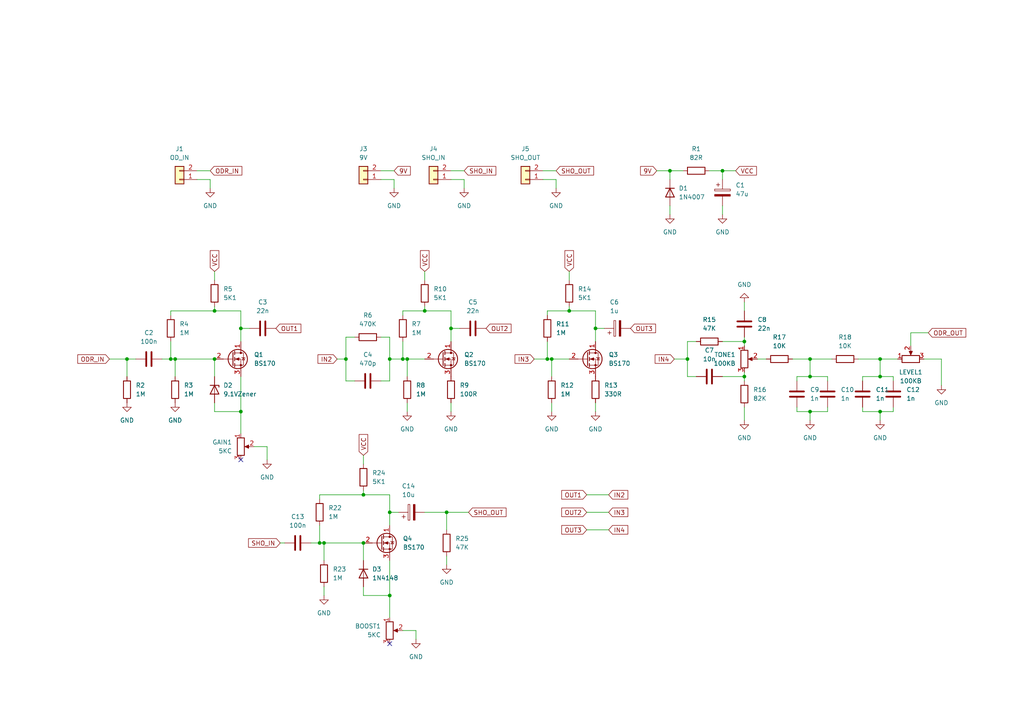
<source format=kicad_sch>
(kicad_sch (version 20211123) (generator eeschema)
  (paper "A4")
  (lib_symbols
    (symbol "Connector_Generic:Conn_01x02" (pin_names (offset 1.016) hide)
      (property "Reference" "J" (at 0 2.54 0))
      (property "Value" "Conn_01x02" (at 0 -5.08 0))
      (symbol "Conn_01x02_1_1"
        (rectangle (start -1.27 -2.413) (end 0 -2.667) (stroke (width 0.1524)))
        (rectangle (start -1.27 0.127) (end 0 -0.127) (stroke (width 0.1524)))
        (rectangle (start -1.27 1.27) (end 1.27 -3.81) (stroke (width 0.254)) (fill (type background)))
        (pin passive line (at -5.08 0 0) (length 3.81) (name "Pin_1") (number "1"))
        (pin passive line (at -5.08 -2.54 0) (length 3.81) (name "Pin_2") (number "2"))
      )
    )
    (symbol "Device:C" (pin_numbers hide) (pin_names (offset 0.254))
      (property "Reference" "C" (at 0.635 2.54 0))
      (property "Value" "C" (at 0.635 -2.54 0))
      (symbol "C_0_1"
        (polyline (pts (xy -2.032 -0.762) (xy 2.032 -0.762)) (stroke (width 0.508)))
        (polyline (pts (xy -2.032 0.762) (xy 2.032 0.762)) (stroke (width 0.508)))
      )
      (symbol "C_1_1"
        (pin passive line (at 0 3.81 270) (length 2.794) (name "~") (number "1"))
        (pin passive line (at 0 -3.81 90) (length 2.794) (name "~") (number "2"))
      )
    )
    (symbol "Device:C_Polarized" (pin_numbers hide) (pin_names (offset 0.254))
      (property "Reference" "C" (at 0.635 2.54 0))
      (property "Value" "C_Polarized" (at 0.635 -2.54 0))
      (symbol "C_Polarized_0_1"
        (rectangle (start -2.286 0.508) (end 2.286 1.016))
        (polyline (pts (xy -1.778 2.286) (xy -0.762 2.286)))
        (polyline (pts (xy -1.27 2.794) (xy -1.27 1.778)))
        (rectangle (start 2.286 -0.508) (end -2.286 -1.016) (fill (type outline)))
      )
      (symbol "C_Polarized_1_1"
        (pin passive line (at 0 3.81 270) (length 2.794) (name "~") (number "1"))
        (pin passive line (at 0 -3.81 90) (length 2.794) (name "~") (number "2"))
      )
    )
    (symbol "Device:D_Zener" (pin_numbers hide) (pin_names (offset 1.016) hide)
      (property "Reference" "D" (at 0 2.54 0))
      (property "Value" "D_Zener" (at 0 -2.54 0))
      (symbol "D_Zener_0_1"
        (polyline (pts (xy 1.27 0) (xy -1.27 0)))
        (polyline (pts (xy -1.27 -1.27) (xy -1.27 1.27) (xy -0.762 1.27)) (stroke (width 0.254)))
        (polyline (pts (xy 1.27 -1.27) (xy 1.27 1.27) (xy -1.27 0) (xy 1.27 -1.27)) (stroke (width 0.254)))
      )
      (symbol "D_Zener_1_1"
        (pin passive line (at -3.81 0 0) (length 2.54) (name "K") (number "1"))
        (pin passive line (at 3.81 0 180) (length 2.54) (name "A") (number "2"))
      )
    )
    (symbol "Device:R" (pin_numbers hide) (pin_names (offset 0))
      (property "Reference" "R" (at 2.032 0 90))
      (property "Value" "R" (at 0 0 90))
      (symbol "R_0_1"
        (rectangle (start -1.016 -2.54) (end 1.016 2.54) (stroke (width 0.254)))
      )
      (symbol "R_1_1"
        (pin passive line (at 0 3.81 270) (length 1.27) (name "~") (number "1"))
        (pin passive line (at 0 -3.81 90) (length 1.27) (name "~") (number "2"))
      )
    )
    (symbol "Device:R_Potentiometer" (pin_names (offset 1.016) hide)
      (property "Reference" "RV" (at -4.445 0 90))
      (property "Value" "R_Potentiometer" (at -2.54 0 90))
      (symbol "R_Potentiometer_0_1"
        (polyline (pts (xy 2.54 0) (xy 1.524 0)))
        (polyline (pts (xy 1.143 0) (xy 2.286 0.508) (xy 2.286 -0.508) (xy 1.143 0)) (fill (type outline)))
        (rectangle (start 1.016 2.54) (end -1.016 -2.54) (stroke (width 0.254)))
      )
      (symbol "R_Potentiometer_1_1"
        (pin passive line (at 0 3.81 270) (length 1.27) (name "1") (number "1"))
        (pin passive line (at 3.81 0 180) (length 1.27) (name "2") (number "2"))
        (pin passive line (at 0 -3.81 90) (length 1.27) (name "3") (number "3"))
      )
    )
    (symbol "Diode:1N4007" (pin_numbers hide) (pin_names (offset 1.016) hide)
      (property "Reference" "D" (at 0 2.54 0))
      (property "Value" "1N4007" (at 0 -2.54 0))
      (symbol "1N4007_0_1"
        (polyline (pts (xy -1.27 1.27) (xy -1.27 -1.27)) (stroke (width 0.254)))
        (polyline (pts (xy 1.27 0) (xy -1.27 0)))
        (polyline (pts (xy 1.27 1.27) (xy 1.27 -1.27) (xy -1.27 0) (xy 1.27 1.27)) (stroke (width 0.254)))
      )
      (symbol "1N4007_1_1"
        (pin passive line (at -3.81 0 0) (length 2.54) (name "K") (number "1"))
        (pin passive line (at 3.81 0 180) (length 2.54) (name "A") (number "2"))
      )
    )
    (symbol "Diode:1N4148" (pin_numbers hide) (pin_names (offset 1.016) hide)
      (property "Reference" "D" (at 0 2.54 0))
      (property "Value" "1N4148" (at 0 -2.54 0))
      (symbol "1N4148_0_1"
        (polyline (pts (xy -1.27 1.27) (xy -1.27 -1.27)) (stroke (width 0.254)))
        (polyline (pts (xy 1.27 0) (xy -1.27 0)))
        (polyline (pts (xy 1.27 1.27) (xy 1.27 -1.27) (xy -1.27 0) (xy 1.27 1.27)) (stroke (width 0.254)))
      )
      (symbol "1N4148_1_1"
        (pin passive line (at -3.81 0 0) (length 2.54) (name "K") (number "1"))
        (pin passive line (at 3.81 0 180) (length 2.54) (name "A") (number "2"))
      )
    )
    (symbol "GND_1" (power) (pin_names (offset 0))
      (property "Value" "GND_1" (at 0 -3.81 0))
      (symbol "GND_1_0_1"
        (polyline (pts (xy 0 0) (xy 0 -1.27) (xy 1.27 -1.27) (xy 0 -2.54) (xy -1.27 -1.27) (xy 0 -1.27)))
      )
      (symbol "GND_1_1_1"
        (pin power_in line (at 0 0 270) (length 0) hide (name "GND") (number "1"))
      )
    )
    (symbol "Transistor_FET:BS170" (pin_names hide)
      (property "Reference" "Q" (at 5.08 1.905 0))
      (property "Value" "BS170" (at 5.08 0 0))
      (symbol "BS170_0_1"
        (polyline (pts (xy 0.254 0) (xy -2.54 0)))
        (polyline (pts (xy 0.254 1.905) (xy 0.254 -1.905)) (stroke (width 0.254)))
        (polyline (pts (xy 0.762 -1.27) (xy 0.762 -2.286)) (stroke (width 0.254)))
        (polyline (pts (xy 0.762 0.508) (xy 0.762 -0.508)) (stroke (width 0.254)))
        (polyline (pts (xy 0.762 2.286) (xy 0.762 1.27)) (stroke (width 0.254)))
        (polyline (pts (xy 2.54 2.54) (xy 2.54 1.778)))
        (polyline (pts (xy 2.54 -2.54) (xy 2.54 0) (xy 0.762 0)))
        (polyline (pts (xy 0.762 -1.778) (xy 3.302 -1.778) (xy 3.302 1.778) (xy 0.762 1.778)))
        (polyline (pts (xy 1.016 0) (xy 2.032 0.381) (xy 2.032 -0.381) (xy 1.016 0)) (fill (type outline)))
        (polyline (pts (xy 2.794 0.508) (xy 2.921 0.381) (xy 3.683 0.381) (xy 3.81 0.254)))
        (polyline (pts (xy 3.302 0.381) (xy 2.921 -0.254) (xy 3.683 -0.254) (xy 3.302 0.381)))
        (circle (center 1.651 0) (radius 2.794) (stroke (width 0.254)))
        (circle (center 2.54 -1.778) (radius 0.254) (fill (type outline)))
        (circle (center 2.54 1.778) (radius 0.254) (fill (type outline)))
      )
      (symbol "BS170_1_1"
        (pin passive line (at 2.54 5.08 270) (length 2.54) (name "D") (number "1"))
        (pin input line (at -5.08 0 0) (length 2.54) (name "G") (number "2"))
        (pin passive line (at 2.54 -5.08 90) (length 2.54) (name "S") (number "3"))
      )
    )
    (symbol "power:GND" (power) (pin_names (offset 0))
      (property "Value" "GND" (at 0 -3.81 0))
      (symbol "GND_0_1"
        (polyline (pts (xy 0 0) (xy 0 -1.27) (xy 1.27 -1.27) (xy 0 -2.54) (xy -1.27 -1.27) (xy 0 -1.27)))
      )
      (symbol "GND_1_1"
        (pin power_in line (at 0 0 270) (length 0) hide (name "GND") (number "1"))
      )
    )
  )
  (junction (at 123.19 90.17))
  (junction (at 49.53 104.14))
  (junction (at 130.81 95.25))
  (junction (at 116.84 104.14))
  (junction (at 255.27 109.22))
  (junction (at 129.54 148.59))
  (junction (at 69.85 119.38))
  (junction (at 234.95 109.22))
  (junction (at 92.71 157.48))
  (junction (at 113.03 104.14))
  (junction (at 165.1 90.17))
  (junction (at 234.95 104.14))
  (junction (at 234.95 119.38))
  (junction (at 62.23 104.14))
  (junction (at 100.33 104.14))
  (junction (at 158.75 104.14))
  (junction (at 199.39 104.14))
  (junction (at 255.27 104.14))
  (junction (at 50.8 104.14))
  (junction (at 215.9 99.06))
  (junction (at 105.41 157.48))
  (junction (at 255.27 119.38))
  (junction (at 118.11 104.14))
  (junction (at 194.31 49.53))
  (junction (at 36.83 104.14))
  (junction (at 172.72 95.25))
  (junction (at 160.02 104.14))
  (junction (at 209.55 49.53))
  (junction (at 113.03 148.59))
  (junction (at 105.41 143.51))
  (junction (at 69.85 95.25))
  (junction (at 62.23 90.17))
  (junction (at 215.9 109.22))
  (junction (at 113.03 172.72))
  (junction (at 93.98 157.48))
  (no_connect (at 69.85 133.35))
  (no_connect (at 113.03 186.69))
  (wire (pts (xy 255.27 104.14) (xy 248.92 104.14)))
  (wire (pts (xy 215.9 118.11) (xy 215.9 121.92)))
  (wire (pts (xy 234.95 119.38) (xy 240.03 119.38)))
  (wire (pts (xy 172.72 95.25) (xy 172.72 99.06)))
  (wire (pts (xy 255.27 109.22) (xy 250.19 109.22)))
  (wire (pts (xy 31.75 104.14) (xy 36.83 104.14)))
  (wire (pts (xy 259.08 118.11) (xy 259.08 119.38)))
  (wire (pts (xy 273.05 111.76) (xy 273.05 104.14)))
  (wire (pts (xy 130.81 52.07) (xy 134.62 52.07)))
  (wire (pts (xy 49.53 99.06) (xy 49.53 104.14)))
  (wire (pts (xy 100.33 104.14) (xy 100.33 110.49)))
  (wire (pts (xy 129.54 148.59) (xy 135.89 148.59)))
  (wire (pts (xy 161.29 54.61) (xy 161.29 52.07)))
  (wire (pts (xy 255.27 104.14) (xy 260.35 104.14)))
  (wire (pts (xy 234.95 104.14) (xy 241.3 104.14)))
  (wire (pts (xy 116.84 99.06) (xy 116.84 104.14)))
  (wire (pts (xy 110.49 110.49) (xy 113.03 110.49)))
  (wire (pts (xy 219.71 104.14) (xy 222.25 104.14)))
  (wire (pts (xy 123.19 88.9) (xy 123.19 90.17)))
  (wire (pts (xy 215.9 99.06) (xy 215.9 100.33)))
  (wire (pts (xy 255.27 119.38) (xy 259.08 119.38)))
  (wire (pts (xy 69.85 90.17) (xy 69.85 95.25)))
  (wire (pts (xy 157.48 49.53) (xy 161.29 49.53)))
  (wire (pts (xy 234.95 109.22) (xy 240.03 109.22)))
  (wire (pts (xy 231.14 109.22) (xy 234.95 109.22)))
  (wire (pts (xy 129.54 161.29) (xy 129.54 163.83)))
  (wire (pts (xy 209.55 109.22) (xy 215.9 109.22)))
  (wire (pts (xy 209.55 99.06) (xy 215.9 99.06)))
  (wire (pts (xy 250.19 118.11) (xy 250.19 119.38)))
  (wire (pts (xy 110.49 49.53) (xy 114.3 49.53)))
  (wire (pts (xy 113.03 97.79) (xy 113.03 104.14)))
  (wire (pts (xy 93.98 170.18) (xy 93.98 172.72)))
  (wire (pts (xy 255.27 109.22) (xy 255.27 104.14)))
  (wire (pts (xy 215.9 97.79) (xy 215.9 99.06)))
  (wire (pts (xy 165.1 88.9) (xy 165.1 90.17)))
  (wire (pts (xy 172.72 90.17) (xy 172.72 95.25)))
  (wire (pts (xy 116.84 90.17) (xy 123.19 90.17)))
  (wire (pts (xy 160.02 116.84) (xy 160.02 119.38)))
  (wire (pts (xy 170.18 153.67) (xy 176.53 153.67)))
  (wire (pts (xy 118.11 104.14) (xy 116.84 104.14)))
  (wire (pts (xy 229.87 104.14) (xy 234.95 104.14)))
  (wire (pts (xy 62.23 90.17) (xy 49.53 90.17)))
  (wire (pts (xy 105.41 142.24) (xy 105.41 143.51)))
  (wire (pts (xy 110.49 97.79) (xy 113.03 97.79)))
  (wire (pts (xy 113.03 162.56) (xy 113.03 172.72)))
  (wire (pts (xy 72.39 95.25) (xy 69.85 95.25)))
  (wire (pts (xy 240.03 109.22) (xy 240.03 110.49)))
  (wire (pts (xy 190.5 49.53) (xy 194.31 49.53)))
  (wire (pts (xy 105.41 157.48) (xy 105.41 162.56)))
  (wire (pts (xy 113.03 148.59) (xy 113.03 152.4)))
  (wire (pts (xy 100.33 97.79) (xy 100.33 104.14)))
  (wire (pts (xy 160.02 104.14) (xy 160.02 109.22)))
  (wire (pts (xy 115.57 148.59) (xy 113.03 148.59)))
  (wire (pts (xy 199.39 104.14) (xy 199.39 99.06)))
  (wire (pts (xy 120.65 182.88) (xy 120.65 185.42)))
  (wire (pts (xy 255.27 119.38) (xy 255.27 121.92)))
  (wire (pts (xy 194.31 49.53) (xy 198.12 49.53)))
  (wire (pts (xy 170.18 143.51) (xy 176.53 143.51)))
  (wire (pts (xy 60.96 54.61) (xy 60.96 52.07)))
  (wire (pts (xy 123.19 148.59) (xy 129.54 148.59)))
  (wire (pts (xy 130.81 90.17) (xy 130.81 95.25)))
  (wire (pts (xy 62.23 78.74) (xy 62.23 81.28)))
  (wire (pts (xy 165.1 78.74) (xy 165.1 81.28)))
  (wire (pts (xy 50.8 104.14) (xy 49.53 104.14)))
  (wire (pts (xy 113.03 172.72) (xy 113.03 179.07)))
  (wire (pts (xy 116.84 90.17) (xy 116.84 91.44)))
  (wire (pts (xy 105.41 143.51) (xy 92.71 143.51)))
  (wire (pts (xy 92.71 143.51) (xy 92.71 144.78)))
  (wire (pts (xy 62.23 119.38) (xy 69.85 119.38)))
  (wire (pts (xy 92.71 152.4) (xy 92.71 157.48)))
  (wire (pts (xy 62.23 104.14) (xy 62.23 109.22)))
  (wire (pts (xy 240.03 118.11) (xy 240.03 119.38)))
  (wire (pts (xy 93.98 157.48) (xy 93.98 162.56)))
  (wire (pts (xy 231.14 118.11) (xy 231.14 119.38)))
  (wire (pts (xy 172.72 90.17) (xy 165.1 90.17)))
  (wire (pts (xy 201.93 109.22) (xy 199.39 109.22)))
  (wire (pts (xy 215.9 87.63) (xy 215.9 90.17)))
  (wire (pts (xy 158.75 90.17) (xy 158.75 91.44)))
  (wire (pts (xy 118.11 116.84) (xy 118.11 119.38)))
  (wire (pts (xy 259.08 109.22) (xy 255.27 109.22)))
  (wire (pts (xy 194.31 59.69) (xy 194.31 62.23)))
  (wire (pts (xy 100.33 110.49) (xy 102.87 110.49)))
  (wire (pts (xy 130.81 116.84) (xy 130.81 119.38)))
  (wire (pts (xy 69.85 90.17) (xy 62.23 90.17)))
  (wire (pts (xy 36.83 104.14) (xy 36.83 109.22)))
  (wire (pts (xy 57.15 52.07) (xy 60.96 52.07)))
  (wire (pts (xy 264.16 96.52) (xy 269.24 96.52)))
  (wire (pts (xy 123.19 78.74) (xy 123.19 81.28)))
  (wire (pts (xy 133.35 95.25) (xy 130.81 95.25)))
  (wire (pts (xy 199.39 99.06) (xy 201.93 99.06)))
  (wire (pts (xy 215.9 107.95) (xy 215.9 109.22)))
  (wire (pts (xy 114.3 54.61) (xy 114.3 52.07)))
  (wire (pts (xy 49.53 90.17) (xy 49.53 91.44)))
  (wire (pts (xy 175.26 95.25) (xy 172.72 95.25)))
  (wire (pts (xy 113.03 104.14) (xy 113.03 110.49)))
  (wire (pts (xy 157.48 52.07) (xy 161.29 52.07)))
  (wire (pts (xy 113.03 104.14) (xy 116.84 104.14)))
  (wire (pts (xy 194.31 52.07) (xy 194.31 49.53)))
  (wire (pts (xy 205.74 49.53) (xy 209.55 49.53)))
  (wire (pts (xy 158.75 90.17) (xy 165.1 90.17)))
  (wire (pts (xy 264.16 100.33) (xy 264.16 96.52)))
  (wire (pts (xy 154.94 104.14) (xy 158.75 104.14)))
  (wire (pts (xy 73.66 129.54) (xy 77.47 129.54)))
  (wire (pts (xy 62.23 116.84) (xy 62.23 119.38)))
  (wire (pts (xy 77.47 129.54) (xy 77.47 133.35)))
  (wire (pts (xy 209.55 59.69) (xy 209.55 62.23)))
  (wire (pts (xy 105.41 132.08) (xy 105.41 134.62)))
  (wire (pts (xy 110.49 52.07) (xy 114.3 52.07)))
  (wire (pts (xy 93.98 157.48) (xy 105.41 157.48)))
  (wire (pts (xy 69.85 95.25) (xy 69.85 99.06)))
  (wire (pts (xy 69.85 109.22) (xy 69.85 119.38)))
  (wire (pts (xy 105.41 170.18) (xy 105.41 172.72)))
  (wire (pts (xy 231.14 119.38) (xy 234.95 119.38)))
  (wire (pts (xy 118.11 104.14) (xy 118.11 109.22)))
  (wire (pts (xy 90.17 157.48) (xy 92.71 157.48)))
  (wire (pts (xy 50.8 104.14) (xy 50.8 109.22)))
  (wire (pts (xy 231.14 110.49) (xy 231.14 109.22)))
  (wire (pts (xy 118.11 104.14) (xy 123.19 104.14)))
  (wire (pts (xy 160.02 104.14) (xy 158.75 104.14)))
  (wire (pts (xy 113.03 143.51) (xy 113.03 148.59)))
  (wire (pts (xy 199.39 109.22) (xy 199.39 104.14)))
  (wire (pts (xy 209.55 49.53) (xy 209.55 52.07)))
  (wire (pts (xy 158.75 99.06) (xy 158.75 104.14)))
  (wire (pts (xy 113.03 143.51) (xy 105.41 143.51)))
  (wire (pts (xy 57.15 49.53) (xy 60.96 49.53)))
  (wire (pts (xy 195.58 104.14) (xy 199.39 104.14)))
  (wire (pts (xy 250.19 119.38) (xy 255.27 119.38)))
  (wire (pts (xy 130.81 95.25) (xy 130.81 99.06)))
  (wire (pts (xy 62.23 88.9) (xy 62.23 90.17)))
  (wire (pts (xy 130.81 90.17) (xy 123.19 90.17)))
  (wire (pts (xy 273.05 104.14) (xy 267.97 104.14)))
  (wire (pts (xy 134.62 54.61) (xy 134.62 52.07)))
  (wire (pts (xy 170.18 148.59) (xy 176.53 148.59)))
  (wire (pts (xy 234.95 104.14) (xy 234.95 109.22)))
  (wire (pts (xy 215.9 109.22) (xy 215.9 110.49)))
  (wire (pts (xy 209.55 49.53) (xy 213.36 49.53)))
  (wire (pts (xy 100.33 104.14) (xy 97.79 104.14)))
  (wire (pts (xy 93.98 157.48) (xy 92.71 157.48)))
  (wire (pts (xy 250.19 109.22) (xy 250.19 110.49)))
  (wire (pts (xy 81.28 157.48) (xy 82.55 157.48)))
  (wire (pts (xy 234.95 119.38) (xy 234.95 121.92)))
  (wire (pts (xy 259.08 110.49) (xy 259.08 109.22)))
  (wire (pts (xy 105.41 172.72) (xy 113.03 172.72)))
  (wire (pts (xy 129.54 153.67) (xy 129.54 148.59)))
  (wire (pts (xy 130.81 49.53) (xy 134.62 49.53)))
  (wire (pts (xy 50.8 104.14) (xy 62.23 104.14)))
  (wire (pts (xy 172.72 116.84) (xy 172.72 119.38)))
  (wire (pts (xy 100.33 97.79) (xy 102.87 97.79)))
  (wire (pts (xy 46.99 104.14) (xy 49.53 104.14)))
  (wire (pts (xy 69.85 119.38) (xy 69.85 125.73)))
  (wire (pts (xy 160.02 104.14) (xy 165.1 104.14)))
  (wire (pts (xy 36.83 104.14) (xy 39.37 104.14)))
  (wire (pts (xy 116.84 182.88) (xy 120.65 182.88)))
  (global_label "IN3" (shape input) (at 154.94 104.14 180) (property "Referenzen zwischen Schaltplänen" "${INTERSHEET_REFS}" (effects hide)))
  (global_label "VCC" (shape input) (at 165.1 78.74 90) (property "Referenzen zwischen Schaltplänen" "${INTERSHEET_REFS}" (effects hide)))
  (global_label "VCC" (shape input) (at 105.41 132.08 90) (property "Referenzen zwischen Schaltplänen" "${INTERSHEET_REFS}" (effects hide)))
  (global_label "OUT3" (shape input) (at 182.88 95.25 0) (property "Referenzen zwischen Schaltplänen" "${INTERSHEET_REFS}" (effects hide)))
  (global_label "SHO_IN" (shape input) (at 134.62 49.53 0) (property "Referenzen zwischen Schaltplänen" "${INTERSHEET_REFS}" (effects hide)))
  (global_label "IN2" (shape input) (at 97.79 104.14 180) (property "Referenzen zwischen Schaltplänen" "${INTERSHEET_REFS}" (effects hide)))
  (global_label "SHO_IN" (shape input) (at 81.28 157.48 180) (property "Referenzen zwischen Schaltplänen" "${INTERSHEET_REFS}" (effects hide)))
  (global_label "ODR_IN" (shape input) (at 60.96 49.53 0) (property "Referenzen zwischen Schaltplänen" "${INTERSHEET_REFS}" (effects hide)))
  (global_label "IN4" (shape input) (at 176.53 153.67 0) (property "Referenzen zwischen Schaltplänen" "${INTERSHEET_REFS}" (effects hide)))
  (global_label "9V" (shape input) (at 114.3 49.53 0) (property "Referenzen zwischen Schaltplänen" "${INTERSHEET_REFS}" (effects hide)))
  (global_label "IN4" (shape input) (at 195.58 104.14 180) (property "Referenzen zwischen Schaltplänen" "${INTERSHEET_REFS}" (effects hide)))
  (global_label "9V" (shape input) (at 190.5 49.53 180) (property "Referenzen zwischen Schaltplänen" "${INTERSHEET_REFS}" (effects hide)))
  (global_label "OUT2" (shape input) (at 170.18 148.59 180) (property "Referenzen zwischen Schaltplänen" "${INTERSHEET_REFS}" (effects hide)))
  (global_label "IN3" (shape input) (at 176.53 148.59 0) (property "Referenzen zwischen Schaltplänen" "${INTERSHEET_REFS}" (effects hide)))
  (global_label "VCC" (shape input) (at 123.19 78.74 90) (property "Referenzen zwischen Schaltplänen" "${INTERSHEET_REFS}" (effects hide)))
  (global_label "SHO_OUT" (shape input) (at 135.89 148.59 0) (property "Referenzen zwischen Schaltplänen" "${INTERSHEET_REFS}" (effects hide)))
  (global_label "VCC" (shape input) (at 213.36 49.53 0) (property "Referenzen zwischen Schaltplänen" "${INTERSHEET_REFS}" (effects hide)))
  (global_label "OUT1" (shape input) (at 170.18 143.51 180) (property "Referenzen zwischen Schaltplänen" "${INTERSHEET_REFS}" (effects hide)))
  (global_label "SHO_OUT" (shape input) (at 161.29 49.53 0) (property "Referenzen zwischen Schaltplänen" "${INTERSHEET_REFS}" (effects hide)))
  (global_label "OUT2" (shape input) (at 140.97 95.25 0) (property "Referenzen zwischen Schaltplänen" "${INTERSHEET_REFS}" (effects hide)))
  (global_label "OUT3" (shape input) (at 170.18 153.67 180) (property "Referenzen zwischen Schaltplänen" "${INTERSHEET_REFS}" (effects hide)))
  (global_label "ODR_OUT" (shape input) (at 269.24 96.52 0) (property "Referenzen zwischen Schaltplänen" "${INTERSHEET_REFS}" (effects hide)))
  (global_label "ODR_IN" (shape input) (at 31.75 104.14 180) (property "Referenzen zwischen Schaltplänen" "${INTERSHEET_REFS}" (effects hide)))
  (global_label "OUT1" (shape input) (at 80.01 95.25 0) (property "Referenzen zwischen Schaltplänen" "${INTERSHEET_REFS}" (effects hide)))
  (global_label "VCC" (shape input) (at 62.23 78.74 90) (property "Referenzen zwischen Schaltplänen" "${INTERSHEET_REFS}" (effects hide)))
  (global_label "IN2" (shape input) (at 176.53 143.51 0) (property "Referenzen zwischen Schaltplänen" "${INTERSHEET_REFS}" (effects hide)))
  (symbol (lib_id "power:GND") (at 255.27 121.92 0) (unit 1)
    (property "Reference" "#PWR0113" (effects hide))
    (property "Value" "GND" (at 255.27 127 0))
  )
  (symbol (lib_id "power:GND") (at 114.3 54.61 0) (unit 1)
    (property "Reference" "#PWR0122" (effects hide))
    (property "Value" "GND" (at 114.3 59.69 0))
  )
  (symbol (lib_id "Device:C") (at 86.36 157.48 90) (unit 1)
    (property "Reference" "C13" (at 86.36 149.86 90))
    (property "Value" "100n" (at 86.36 152.4 90))
    (property "Footprint" "Capacitor_THT:C_Rect_L13.0mm_W4.0mm_P10.00mm_FKS3_FKP3_MKS4" (effects hide))
  )
  (symbol (lib_id "Device:R") (at 130.81 113.03 180) (unit 1)
    (property "Reference" "R9" (at 133.35 111.7599 0) (effects (justify right)))
    (property "Value" "100R" (at 133.35 114.2999 0) (effects (justify right)))
    (property "Footprint" "Resistor_THT:R_Axial_DIN0207_L6.3mm_D2.5mm_P10.16mm_Horizontal" (effects hide))
  )
  (symbol (lib_id "Transistor_FET:BS170") (at 110.49 157.48 0) (unit 1)
    (property "Reference" "Q4" (at 116.84 156.2099 0) (effects (justify left)))
    (property "Value" "BS170" (at 116.84 158.7499 0) (effects (justify left)))
    (property "Footprint" "footprints:Transistor_THT_2mmRM" (effects hide))
    (property "Datasheet" "https://www.onsemi.com/pub/Collateral/BS170-D.PDF" (effects hide))
  )
  (symbol (lib_id "Diode:1N4007") (at 194.31 55.88 270) (unit 1)
    (property "Reference" "D1" (at 196.85 54.6099 90) (effects (justify left)))
    (property "Value" "1N4007" (at 196.85 57.1499 90) (effects (justify left)))
    (property "Footprint" "Diode_THT:D_DO-41_SOD81_P7.62mm_Horizontal" (effects hide))
    (property "Datasheet" "http://www.vishay.com/docs/88503/1n4001.pdf" (effects hide))
  )
  (symbol (lib_id "Device:R") (at 36.83 113.03 180) (unit 1)
    (property "Reference" "R2" (at 39.37 111.7599 0) (effects (justify right)))
    (property "Value" "1M" (at 39.37 114.2999 0) (effects (justify right)))
    (property "Footprint" "Resistor_THT:R_Axial_DIN0207_L6.3mm_D2.5mm_P10.16mm_Horizontal" (effects hide))
  )
  (symbol (lib_id "power:GND") (at 77.47 133.35 0) (unit 1)
    (property "Reference" "#PWR0101" (effects hide))
    (property "Value" "GND" (at 77.47 138.43 0))
  )
  (symbol (lib_id "Device:R") (at 158.75 95.25 180) (unit 1)
    (property "Reference" "R11" (at 161.29 93.9799 0) (effects (justify right)))
    (property "Value" "1M" (at 161.29 96.5199 0) (effects (justify right)))
    (property "Footprint" "Resistor_THT:R_Axial_DIN0207_L6.3mm_D2.5mm_P10.16mm_Horizontal" (effects hide))
  )
  (symbol (lib_id "Transistor_FET:BS170") (at 67.31 104.14 0) (unit 1)
    (property "Reference" "Q1" (at 73.66 102.8699 0) (effects (justify left)))
    (property "Value" "BS170" (at 73.66 105.4099 0) (effects (justify left)))
    (property "Footprint" "footprints:Transistor_THT_2mmRM" (effects hide))
    (property "Datasheet" "https://www.onsemi.com/pub/Collateral/BS170-D.PDF" (effects hide))
  )
  (symbol (lib_id "power:GND") (at 120.65 185.42 0) (unit 1)
    (property "Reference" "#PWR0103" (effects hide))
    (property "Value" "GND" (at 120.65 190.5 0))
  )
  (symbol (lib_id "Device:C") (at 259.08 114.3 180) (unit 1)
    (property "Reference" "C12" (at 262.89 113.0299 0) (effects (justify right)))
    (property "Value" "1n" (at 262.89 115.5699 0) (effects (justify right)))
    (property "Footprint" "Capacitor_THT:C_Rect_L13.0mm_W4.0mm_P10.00mm_FKS3_FKP3_MKS4" (effects hide))
  )
  (symbol (lib_id "power:GND") (at 129.54 163.83 0) (unit 1)
    (property "Reference" "#PWR0104" (effects hide))
    (property "Value" "GND" (at 129.54 168.91 0))
  )
  (symbol (lib_id "power:GND") (at 118.11 119.38 0) (unit 1)
    (property "Reference" "#PWR0107" (effects hide))
    (property "Value" "GND" (at 118.11 124.46 0))
  )
  (symbol (lib_id "Device:R") (at 93.98 166.37 180) (unit 1)
    (property "Reference" "R23" (at 96.52 165.0999 0) (effects (justify right)))
    (property "Value" "1M" (at 96.52 167.6399 0) (effects (justify right)))
    (property "Footprint" "Resistor_THT:R_Axial_DIN0207_L6.3mm_D2.5mm_P10.16mm_Horizontal" (effects hide))
  )
  (symbol (lib_id "Device:R") (at 201.93 49.53 90) (unit 1)
    (property "Reference" "R1" (at 201.93 43.18 90))
    (property "Value" "82R" (at 201.93 45.72 90))
    (property "Footprint" "Resistor_THT:R_Axial_DIN0207_L6.3mm_D2.5mm_P10.16mm_Horizontal" (effects hide))
  )
  (symbol (lib_id "power:GND") (at 194.31 62.23 0) (unit 1)
    (property "Reference" "#PWR0109" (effects hide))
    (property "Value" "GND" (at 194.31 67.31 0))
  )
  (symbol (lib_id "power:GND") (at 172.72 119.38 0) (unit 1)
    (property "Reference" "#PWR0111" (effects hide))
    (property "Value" "GND" (at 172.72 124.46 0))
  )
  (symbol (lib_id "Device:R") (at 118.11 113.03 180) (unit 1)
    (property "Reference" "R8" (at 120.65 111.7599 0) (effects (justify right)))
    (property "Value" "1M" (at 120.65 114.2999 0) (effects (justify right)))
    (property "Footprint" "Resistor_THT:R_Axial_DIN0207_L6.3mm_D2.5mm_P10.16mm_Horizontal" (effects hide))
  )
  (symbol (lib_id "Device:C") (at 231.14 114.3 180) (unit 1)
    (property "Reference" "C9" (at 234.95 113.0299 0) (effects (justify right)))
    (property "Value" "1n" (at 234.95 115.5699 0) (effects (justify right)))
    (property "Footprint" "Capacitor_THT:C_Rect_L13.0mm_W4.0mm_P10.00mm_FKS3_FKP3_MKS4" (effects hide))
  )
  (symbol (lib_id "Device:R") (at 226.06 104.14 90) (unit 1)
    (property "Reference" "R17" (at 226.06 97.79 90))
    (property "Value" "10K" (at 226.06 100.33 90))
    (property "Footprint" "Resistor_THT:R_Axial_DIN0207_L6.3mm_D2.5mm_P10.16mm_Horizontal" (effects hide))
  )
  (symbol (lib_id "power:GND") (at 60.96 54.61 0) (unit 1)
    (property "Reference" "#PWR0121" (effects hide))
    (property "Value" "GND" (at 60.96 59.69 0))
  )
  (symbol (lib_id "Connector_Generic:Conn_01x02") (at 152.4 52.07 180) (unit 1)
    (property "Reference" "J5" (at 152.4 43.18 0))
    (property "Value" "SHO_OUT" (at 152.4 45.72 0))
    (property "Footprint" "Connector_Wire:SolderWire-0.5sqmm_1x02_P4.6mm_D0.9mm_OD2.1mm" (effects hide))
  )
  (symbol (lib_id "Device:R") (at 245.11 104.14 90) (unit 1)
    (property "Reference" "R18" (at 245.11 97.79 90))
    (property "Value" "10K" (at 245.11 100.33 90))
    (property "Footprint" "Resistor_THT:R_Axial_DIN0207_L6.3mm_D2.5mm_P10.16mm_Horizontal" (effects hide))
  )
  (symbol (lib_id "power:GND") (at 161.29 54.61 0) (unit 1)
    (property "Reference" "#PWR0119" (effects hide))
    (property "Value" "GND" (at 161.29 59.69 0))
  )
  (symbol (lib_id "Connector_Generic:Conn_01x02") (at 125.73 52.07 180) (unit 1)
    (property "Reference" "J4" (at 125.73 43.18 0))
    (property "Value" "SHO_IN" (at 125.73 45.72 0))
    (property "Footprint" "Connector_Wire:SolderWire-0.5sqmm_1x02_P4.6mm_D0.9mm_OD2.1mm" (effects hide))
  )
  (symbol (lib_id "power:GND") (at 160.02 119.38 0) (unit 1)
    (property "Reference" "#PWR0112" (effects hide))
    (property "Value" "GND" (at 160.02 124.46 0))
  )
  (symbol (lib_id "Device:C_Polarized") (at 179.07 95.25 90) (unit 1)
    (property "Reference" "C6" (at 178.181 87.63 90))
    (property "Value" "1u" (at 178.181 90.17 90))
    (property "Footprint" "Capacitor_THT:CP_Radial_D5.0mm_P2.50mm" (effects hide))
  )
  (symbol (lib_id "Device:R") (at 62.23 85.09 180) (unit 1)
    (property "Reference" "R5" (at 64.77 83.8199 0) (effects (justify right)))
    (property "Value" "5K1" (at 64.77 86.3599 0) (effects (justify right)))
    (property "Footprint" "Resistor_THT:R_Axial_DIN0207_L6.3mm_D2.5mm_P10.16mm_Horizontal" (effects hide))
  )
  (symbol (lib_id "Device:R") (at 50.8 113.03 180) (unit 1)
    (property "Reference" "R3" (at 53.34 111.7599 0) (effects (justify right)))
    (property "Value" "1M" (at 53.34 114.2999 0) (effects (justify right)))
    (property "Footprint" "Resistor_THT:R_Axial_DIN0207_L6.3mm_D2.5mm_P10.16mm_Horizontal" (effects hide))
  )
  (symbol (lib_id "power:GND") (at 130.81 119.38 0) (unit 1)
    (property "Reference" "#PWR0108" (effects hide))
    (property "Value" "GND" (at 130.81 124.46 0))
  )
  (symbol (lib_id "Device:R_Potentiometer") (at 264.16 104.14 90) (unit 1)
    (property "Reference" "LEVEL1" (at 264.16 107.95 90))
    (property "Value" "100KB" (at 264.16 110.49 90))
    (property "Footprint" "Connector_Wire:SolderWire-0.5sqmm_1x03_P4.6mm_D0.9mm_OD2.1mm" (effects hide))
  )
  (symbol (lib_id "Device:R") (at 105.41 138.43 180) (unit 1)
    (property "Reference" "R24" (at 107.95 137.1599 0) (effects (justify right)))
    (property "Value" "5K1" (at 107.95 139.6999 0) (effects (justify right)))
    (property "Footprint" "Resistor_THT:R_Axial_DIN0207_L6.3mm_D2.5mm_P10.16mm_Horizontal" (effects hide))
  )
  (symbol (lib_id "Device:R_Potentiometer") (at 215.9 104.14 0) (unit 1)
    (property "Reference" "TONE1" (at 213.36 102.8699 0) (effects (justify right)))
    (property "Value" "100KB" (at 213.36 105.4099 0) (effects (justify right)))
    (property "Footprint" "Connector_Wire:SolderWire-0.5sqmm_1x03_P4.6mm_D0.9mm_OD2.1mm" (effects hide))
  )
  (symbol (lib_id "Connector_Generic:Conn_01x02") (at 105.41 52.07 180) (unit 1)
    (property "Reference" "J3" (at 105.41 43.18 0))
    (property "Value" "9V" (at 105.41 45.72 0))
    (property "Footprint" "Connector_Wire:SolderWire-0.5sqmm_1x02_P4.6mm_D0.9mm_OD2.1mm" (effects hide))
  )
  (symbol (lib_id "Device:R") (at 92.71 148.59 180) (unit 1)
    (property "Reference" "R22" (at 95.25 147.3199 0) (effects (justify right)))
    (property "Value" "1M" (at 95.25 149.8599 0) (effects (justify right)))
    (property "Footprint" "Resistor_THT:R_Axial_DIN0207_L6.3mm_D2.5mm_P10.16mm_Horizontal" (effects hide))
  )
  (symbol (lib_id "Device:R_Potentiometer") (at 113.03 182.88 0) (unit 1)
    (property "Reference" "BOOST1" (at 110.49 181.6099 0) (effects (justify right)))
    (property "Value" "5KC" (at 110.49 184.1499 0) (effects (justify right)))
    (property "Footprint" "Connector_Wire:SolderWire-0.5sqmm_1x02_P4.6mm_D0.9mm_OD2.1mm" (effects hide))
  )
  (symbol (lib_id "Device:C") (at 106.68 110.49 90) (unit 1)
    (property "Reference" "C4" (at 106.68 102.87 90))
    (property "Value" "470p" (at 106.68 105.41 90))
    (property "Footprint" "Capacitor_THT:C_Rect_L7.0mm_W2.5mm_P5.00mm" (effects hide))
  )
  (symbol (lib_id "power:GND") (at 273.05 111.76 0) (unit 1)
    (property "Reference" "#PWR0114" (effects hide))
    (property "Value" "GND" (at 273.05 116.84 0))
  )
  (symbol (lib_id "power:GND") (at 36.83 116.84 0) (unit 1)
    (property "Reference" "#PWR0105" (effects hide))
    (property "Value" "GND" (at 36.83 121.92 0))
  )
  (symbol (lib_id "Device:C") (at 76.2 95.25 90) (unit 1)
    (property "Reference" "C3" (at 76.2 87.63 90))
    (property "Value" "22n" (at 76.2 90.17 90))
    (property "Footprint" "Capacitor_THT:C_Rect_L13.0mm_W4.0mm_P10.00mm_FKS3_FKP3_MKS4" (effects hide))
  )
  (symbol (lib_id "Device:R") (at 49.53 95.25 180) (unit 1)
    (property "Reference" "R4" (at 52.07 93.9799 0) (effects (justify right)))
    (property "Value" "1M" (at 52.07 96.5199 0) (effects (justify right)))
    (property "Footprint" "Resistor_THT:R_Axial_DIN0207_L6.3mm_D2.5mm_P10.16mm_Horizontal" (effects hide))
  )
  (symbol (lib_id "Connector_Generic:Conn_01x02") (at 52.07 52.07 180) (unit 1)
    (property "Reference" "J1" (at 52.07 43.18 0))
    (property "Value" "OD_IN" (at 52.07 45.72 0))
    (property "Footprint" "Connector_Wire:SolderWire-0.5sqmm_1x02_P4.6mm_D0.9mm_OD2.1mm" (effects hide))
  )
  (symbol (lib_id "Diode:1N4148") (at 105.41 166.37 270) (unit 1)
    (property "Reference" "D3" (at 107.95 165.0999 90) (effects (justify left)))
    (property "Value" "1N4148" (at 107.95 167.6399 90) (effects (justify left)))
    (property "Footprint" "Diode_THT:D_DO-41_SOD81_P7.62mm_Horizontal" (effects hide))
    (property "Datasheet" "https://assets.nexperia.com/documents/data-sheet/1N4148_1N4448.pdf" (effects hide))
  )
  (symbol (lib_id "Device:C_Polarized") (at 209.55 55.88 0) (unit 1)
    (property "Reference" "C1" (at 213.36 53.7209 0) (effects (justify left)))
    (property "Value" "47u" (at 213.36 56.2609 0) (effects (justify left)))
    (property "Footprint" "Capacitor_THT:CP_Radial_D5.0mm_P2.00mm" (effects hide))
  )
  (symbol (lib_id "Device:R") (at 116.84 95.25 180) (unit 1)
    (property "Reference" "R7" (at 119.38 93.9799 0) (effects (justify right)))
    (property "Value" "1M" (at 119.38 96.5199 0) (effects (justify right)))
    (property "Footprint" "Resistor_THT:R_Axial_DIN0207_L6.3mm_D2.5mm_P10.16mm_Horizontal" (effects hide))
  )
  (symbol (lib_id "power:GND") (at 134.62 54.61 0) (unit 1)
    (property "Reference" "#PWR0118" (effects hide))
    (property "Value" "GND" (at 134.62 59.69 0))
  )
  (symbol (lib_id "power:GND") (at 215.9 87.63 180) (unit 1)
    (property "Reference" "#PWR0117" (effects hide))
    (property "Value" "GND" (at 215.9 82.55 0))
  )
  (symbol (lib_id "Device:R") (at 129.54 157.48 0) (unit 1)
    (property "Reference" "R25" (at 132.08 156.2099 0) (effects (justify left)))
    (property "Value" "47K" (at 132.08 158.7499 0) (effects (justify left)))
    (property "Footprint" "Resistor_THT:R_Axial_DIN0207_L6.3mm_D2.5mm_P10.16mm_Horizontal" (effects hide))
  )
  (symbol (lib_id "Device:R") (at 123.19 85.09 180) (unit 1)
    (property "Reference" "R10" (at 125.73 83.8199 0) (effects (justify right)))
    (property "Value" "5K1" (at 125.73 86.3599 0) (effects (justify right)))
    (property "Footprint" "Resistor_THT:R_Axial_DIN0207_L6.3mm_D2.5mm_P10.16mm_Horizontal" (effects hide))
  )
  (symbol (lib_id "Device:C_Polarized") (at 119.38 148.59 90) (unit 1)
    (property "Reference" "C14" (at 118.491 140.97 90))
    (property "Value" "10u" (at 118.491 143.51 90))
    (property "Footprint" "Capacitor_THT:CP_Radial_D6.3mm_P2.50mm" (effects hide))
  )
  (symbol (lib_id "Device:C") (at 43.18 104.14 90) (unit 1)
    (property "Reference" "C2" (at 43.18 96.52 90))
    (property "Value" "100n" (at 43.18 99.06 90))
    (property "Footprint" "Capacitor_THT:C_Rect_L13.0mm_W4.0mm_P10.00mm_FKS3_FKP3_MKS4" (effects hide))
  )
  (symbol (lib_name "GND_1") (lib_id "power:GND") (at 50.8 116.84 0) (unit 1)
    (property "Reference" "#PWR0106" (effects hide))
    (property "Value" "GND" (at 50.8 121.92 0))
  )
  (symbol (lib_id "Device:R") (at 165.1 85.09 180) (unit 1)
    (property "Reference" "R14" (at 167.64 83.8199 0) (effects (justify right)))
    (property "Value" "5K1" (at 167.64 86.3599 0) (effects (justify right)))
    (property "Footprint" "Resistor_THT:R_Axial_DIN0207_L6.3mm_D2.5mm_P10.16mm_Horizontal" (effects hide))
  )
  (symbol (lib_id "power:GND") (at 215.9 121.92 0) (unit 1)
    (property "Reference" "#PWR0116" (effects hide))
    (property "Value" "GND" (at 215.9 127 0))
  )
  (symbol (lib_id "Device:C") (at 250.19 114.3 180) (unit 1)
    (property "Reference" "C11" (at 254 113.0299 0) (effects (justify right)))
    (property "Value" "1n" (at 254 115.5699 0) (effects (justify right)))
    (property "Footprint" "Capacitor_THT:C_Rect_L13.0mm_W4.0mm_P10.00mm_FKS3_FKP3_MKS4" (effects hide))
  )
  (symbol (lib_id "Device:R_Potentiometer") (at 69.85 129.54 0) (unit 1)
    (property "Reference" "GAIN1" (at 67.31 128.2699 0) (effects (justify right)))
    (property "Value" "5KC" (at 67.31 130.8099 0) (effects (justify right)))
    (property "Footprint" "Connector_Wire:SolderWire-0.5sqmm_1x02_P4.6mm_D0.9mm_OD2.1mm" (effects hide))
  )
  (symbol (lib_id "Device:C") (at 137.16 95.25 90) (unit 1)
    (property "Reference" "C5" (at 137.16 87.63 90))
    (property "Value" "22n" (at 137.16 90.17 90))
    (property "Footprint" "Capacitor_THT:C_Rect_L13.0mm_W4.0mm_P10.00mm_FKS3_FKP3_MKS4" (effects hide))
  )
  (symbol (lib_id "Device:R") (at 106.68 97.79 270) (unit 1)
    (property "Reference" "R6" (at 106.68 91.44 90))
    (property "Value" "470K" (at 106.68 93.98 90))
    (property "Footprint" "Resistor_THT:R_Axial_DIN0207_L6.3mm_D2.5mm_P10.16mm_Horizontal" (effects hide))
  )
  (symbol (lib_id "Device:C") (at 205.74 109.22 90) (unit 1)
    (property "Reference" "C7" (at 205.74 101.6 90))
    (property "Value" "10n" (at 205.74 104.14 90))
    (property "Footprint" "Capacitor_THT:C_Rect_L10.0mm_W3.0mm_P7.50mm_MKS4" (effects hide))
  )
  (symbol (lib_id "power:GND") (at 93.98 172.72 0) (unit 1)
    (property "Reference" "#PWR0102" (effects hide))
    (property "Value" "GND" (at 93.98 177.8 0))
  )
  (symbol (lib_id "Device:C") (at 215.9 93.98 180) (unit 1)
    (property "Reference" "C8" (at 219.71 92.7099 0) (effects (justify right)))
    (property "Value" "22n" (at 219.71 95.2499 0) (effects (justify right)))
    (property "Footprint" "Capacitor_THT:C_Rect_L13.0mm_W4.0mm_P10.00mm_FKS3_FKP3_MKS4" (effects hide))
  )
  (symbol (lib_id "Device:C") (at 240.03 114.3 180) (unit 1)
    (property "Reference" "C10" (at 243.84 113.0299 0) (effects (justify right)))
    (property "Value" "1n" (at 243.84 115.5699 0) (effects (justify right)))
    (property "Footprint" "Capacitor_THT:C_Rect_L13.0mm_W4.0mm_P10.00mm_FKS3_FKP3_MKS4" (effects hide))
  )
  (symbol (lib_id "Device:R") (at 215.9 114.3 0) (unit 1)
    (property "Reference" "R16" (at 218.44 113.0299 0) (effects (justify left)))
    (property "Value" "82K" (at 218.44 115.5699 0) (effects (justify left)))
    (property "Footprint" "Resistor_THT:R_Axial_DIN0207_L6.3mm_D2.5mm_P10.16mm_Horizontal" (effects hide))
  )
  (symbol (lib_id "Device:R") (at 160.02 113.03 180) (unit 1)
    (property "Reference" "R12" (at 162.56 111.7599 0) (effects (justify right)))
    (property "Value" "1M" (at 162.56 114.2999 0) (effects (justify right)))
    (property "Footprint" "Resistor_THT:R_Axial_DIN0207_L6.3mm_D2.5mm_P10.16mm_Horizontal" (effects hide))
  )
  (symbol (lib_id "Device:R") (at 205.74 99.06 90) (unit 1)
    (property "Reference" "R15" (at 205.74 92.71 90))
    (property "Value" "47K" (at 205.74 95.25 90))
    (property "Footprint" "Resistor_THT:R_Axial_DIN0207_L6.3mm_D2.5mm_P10.16mm_Horizontal" (effects hide))
  )
  (symbol (lib_id "Device:D_Zener") (at 62.23 113.03 270) (unit 1)
    (property "Reference" "D2" (at 64.77 111.7599 90) (effects (justify left)))
    (property "Value" "9.1VZener" (at 64.77 114.2999 90) (effects (justify left)))
    (property "Footprint" "Diode_THT:D_DO-41_SOD81_P7.62mm_Horizontal" (effects hide))
  )
  (symbol (lib_id "Transistor_FET:BS170") (at 170.18 104.14 0) (unit 1)
    (property "Reference" "Q3" (at 176.53 102.8699 0) (effects (justify left)))
    (property "Value" "BS170" (at 176.53 105.4099 0) (effects (justify left)))
    (property "Footprint" "footprints:Transistor_THT_2mmRM" (effects hide))
    (property "Datasheet" "https://www.onsemi.com/pub/Collateral/BS170-D.PDF" (effects hide))
  )
  (symbol (lib_id "power:GND") (at 209.55 62.23 0) (unit 1)
    (property "Reference" "#PWR0110" (effects hide))
    (property "Value" "GND" (at 209.55 67.31 0))
  )
  (symbol (lib_id "Device:R") (at 172.72 113.03 180) (unit 1)
    (property "Reference" "R13" (at 175.26 111.7599 0) (effects (justify right)))
    (property "Value" "330R" (at 175.26 114.2999 0) (effects (justify right)))
    (property "Footprint" "Resistor_THT:R_Axial_DIN0207_L6.3mm_D2.5mm_P10.16mm_Horizontal" (effects hide))
  )
  (symbol (lib_id "power:GND") (at 234.95 121.92 0) (unit 1)
    (property "Reference" "#PWR0115" (effects hide))
    (property "Value" "GND" (at 234.95 127 0))
  )
  (symbol (lib_id "Transistor_FET:BS170") (at 128.27 104.14 0) (unit 1)
    (property "Reference" "Q2" (at 134.62 102.8699 0) (effects (justify left)))
    (property "Value" "BS170" (at 134.62 105.4099 0) (effects (justify left)))
    (property "Footprint" "footprints:Transistor_THT_2mmRM" (effects hide))
    (property "Datasheet" "https://www.onsemi.com/pub/Collateral/BS170-D.PDF" (effects hide))
  )
)
</source>
